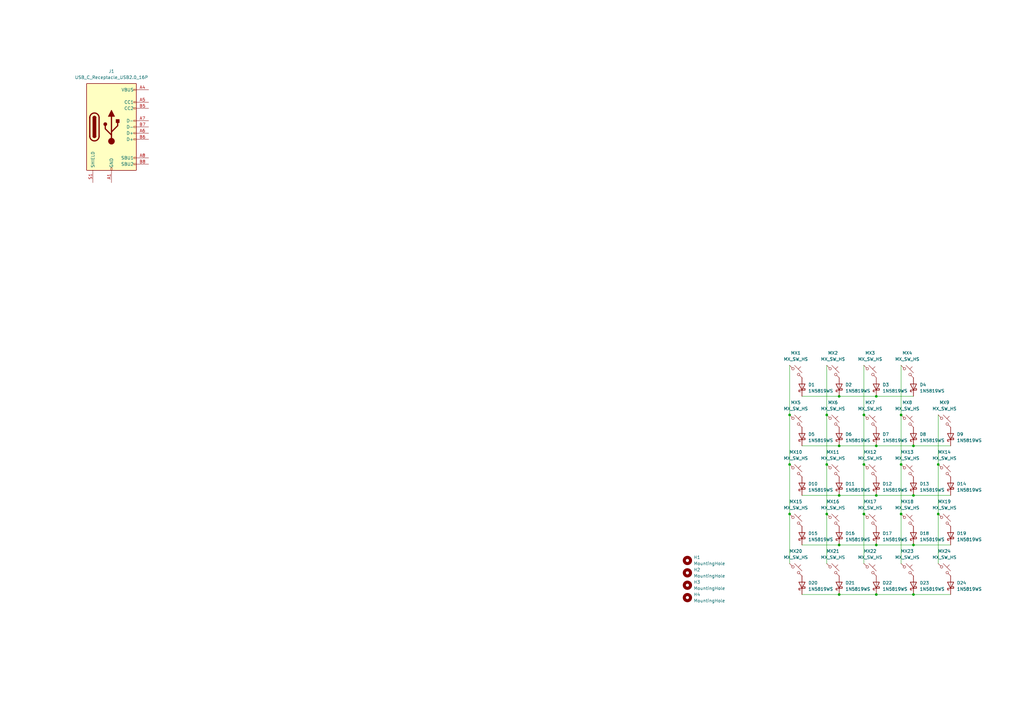
<source format=kicad_sch>
(kicad_sch (version 20231120) (generator "eeschema") (generator_version "8.0")
  (paper "A3")
  (title_block (title "Bandung v1.0.0") (date "2024-06-18") (rev "1") (company "Daigoji"))
  (lib_symbols
    (symbol "Connector:USB_C_Receptacle_USB2.0_16P" (pin_names (offset 1.016))
      (property "Reference" "J" (at 0 22.225 0))
      (property "Value" "USB_C_Receptacle_USB2.0_16P" (at 0 19.685 0))
      (symbol "USB_C_Receptacle_USB2.0_16P_0_0"
        (rectangle (start -0.254 -17.78) (end 0.254 -16.764))
        (rectangle (start 10.16 -14.986) (end 9.144 -15.494))
        (rectangle (start 10.16 -12.446) (end 9.144 -12.954))
        (rectangle (start 10.16 -4.826) (end 9.144 -5.334))
        (rectangle (start 10.16 -2.286) (end 9.144 -2.794))
        (rectangle (start 10.16 0.254) (end 9.144 -0.254))
        (rectangle (start 10.16 2.794) (end 9.144 2.286))
        (rectangle (start 10.16 7.874) (end 9.144 7.366))
        (rectangle (start 10.16 10.414) (end 9.144 9.906))
        (rectangle (start 10.16 15.494) (end 9.144 14.986))
      )
      (symbol "USB_C_Receptacle_USB2.0_16P_0_1"
        (rectangle (start -10.16 17.78) (end 10.16 -17.78) (stroke (width 0.254)) (fill (type background)))
        (arc (start -8.89 -3.81) (mid -6.985 -5.7067) (end -5.08 -3.81) (stroke (width 0.508)))
        (arc (start -7.62 -3.81) (mid -6.985 -4.4423) (end -6.35 -3.81) (stroke (width 0.254)))
        (arc (start -7.62 -3.81) (mid -6.985 -4.4423) (end -6.35 -3.81) (stroke (width 0.254)) (fill (type outline)))
        (rectangle (start -7.62 -3.81) (end -6.35 3.81) (stroke (width 0.254)) (fill (type outline)))
        (arc (start -6.35 3.81) (mid -6.985 4.4423) (end -7.62 3.81) (stroke (width 0.254)))
        (arc (start -6.35 3.81) (mid -6.985 4.4423) (end -7.62 3.81) (stroke (width 0.254)) (fill (type outline)))
        (arc (start -5.08 3.81) (mid -6.985 5.7067) (end -8.89 3.81) (stroke (width 0.508)))
        (circle (center -2.54 1.143) (radius 0.635) (stroke (width 0.254)) (fill (type outline)))
        (circle (center 0 -5.842) (radius 1.27) (fill (type outline)))
        (polyline (pts (xy -8.89 -3.81) (xy -8.89 3.81)) (stroke (width 0.508)))
        (polyline (pts (xy -5.08 3.81) (xy -5.08 -3.81)) (stroke (width 0.508)))
        (polyline (pts (xy 0 -5.842) (xy 0 4.318)) (stroke (width 0.508)))
        (polyline (pts (xy 0 -3.302) (xy -2.54 -0.762) (xy -2.54 0.508)) (stroke (width 0.508)))
        (polyline (pts (xy 0 -2.032) (xy 2.54 0.508) (xy 2.54 1.778)) (stroke (width 0.508)))
        (polyline (pts (xy -1.27 4.318) (xy 0 6.858) (xy 1.27 4.318) (xy -1.27 4.318)) (stroke (width 0.254)) (fill (type outline)))
        (rectangle (start 1.905 1.778) (end 3.175 3.048) (stroke (width 0.254)) (fill (type outline)))
      )
      (symbol "USB_C_Receptacle_USB2.0_16P_1_1"
        (pin passive line (at 0 -22.86 90) (length 5.08) (name "GND") (number "A1"))
        (pin passive line (at 0 -22.86 90) (length 5.08) hide (name "GND") (number "A12"))
        (pin passive line (at 15.24 15.24 180) (length 5.08) (name "VBUS") (number "A4"))
        (pin bidirectional line (at 15.24 10.16 180) (length 5.08) (name "CC1") (number "A5"))
        (pin bidirectional line (at 15.24 -2.54 180) (length 5.08) (name "D+") (number "A6"))
        (pin bidirectional line (at 15.24 2.54 180) (length 5.08) (name "D-") (number "A7"))
        (pin bidirectional line (at 15.24 -12.7 180) (length 5.08) (name "SBU1") (number "A8"))
        (pin passive line (at 15.24 15.24 180) (length 5.08) hide (name "VBUS") (number "A9"))
        (pin passive line (at 0 -22.86 90) (length 5.08) hide (name "GND") (number "B1"))
        (pin passive line (at 0 -22.86 90) (length 5.08) hide (name "GND") (number "B12"))
        (pin passive line (at 15.24 15.24 180) (length 5.08) hide (name "VBUS") (number "B4"))
        (pin bidirectional line (at 15.24 7.62 180) (length 5.08) (name "CC2") (number "B5"))
        (pin bidirectional line (at 15.24 -5.08 180) (length 5.08) (name "D+") (number "B6"))
        (pin bidirectional line (at 15.24 0 180) (length 5.08) (name "D-") (number "B7"))
        (pin bidirectional line (at 15.24 -15.24 180) (length 5.08) (name "SBU2") (number "B8"))
        (pin passive line (at 15.24 15.24 180) (length 5.08) hide (name "VBUS") (number "B9"))
        (pin passive line (at -7.62 -22.86 90) (length 5.08) (name "SHIELD") (number "S1"))
      )
    )
    (symbol "Diode:1N5819WS" (pin_numbers hide) (pin_names (offset 1.016) hide)
      (property "Reference" "D" (at 0 2.54 0))
      (property "Value" "1N5819WS" (at 0 -2.54 0))
      (symbol "1N5819WS_0_1"
        (polyline (pts (xy 1.27 0) (xy -1.27 0)))
        (polyline (pts (xy 1.27 1.27) (xy 1.27 -1.27) (xy -1.27 0) (xy 1.27 1.27)) (stroke (width 0.254)))
        (polyline (pts (xy -1.905 0.635) (xy -1.905 1.27) (xy -1.27 1.27) (xy -1.27 -1.27) (xy -0.635 -1.27) (xy -0.635 -0.635)) (stroke (width 0.254)))
      )
      (symbol "1N5819WS_1_1"
        (pin passive line (at -3.81 0 0) (length 2.54) (name "K") (number "1"))
        (pin passive line (at 3.81 0 180) (length 2.54) (name "A") (number "2"))
      )
    )
    (symbol "Mechanical:MountingHole" (pin_names (offset 1.016)) (exclude_from_sim yes) (in_bom no)
      (property "Reference" "H" (at 0 5.08 0))
      (property "Value" "MountingHole" (at 0 3.175 0))
      (symbol "MountingHole_0_1"
        (circle (center 0 0) (radius 1.27) (stroke (width 1.27)))
      )
    )
    (symbol "PCM_marbastlib-mx:MX_SW_HS_CPG151101S11" (pin_numbers hide) (pin_names (offset 1.016) hide)
      (property "Reference" "MX" (at 3.048 1.016 0))
      (property "Value" "MX_SW_HS" (at 0 -3.81 0))
      (symbol "MX_SW_HS_CPG151101S11_0_1"
        (circle (center -1.1684 1.1684) (radius 0.508))
        (polyline (pts (xy -0.508 2.54) (xy 2.54 -0.508)))
        (polyline (pts (xy 1.016 1.016) (xy 2.032 2.032)))
        (polyline (pts (xy -2.54 2.54) (xy -1.524 1.524) (xy -1.524 1.524)))
        (polyline (pts (xy 1.524 -1.524) (xy 2.54 -2.54) (xy 2.54 -2.54) (xy 2.54 -2.54)))
        (circle (center 1.143 -1.1938) (radius 0.508))
        (pin passive line (at -2.54 2.54 0) (length 0) (name "1") (number "1"))
        (pin passive line (at 2.54 -2.54 180) (length 0) (name "2") (number "2"))
      )
    )
  )
  (junction (at 369.57 210.82))
  (junction (at 374.65 223.52))
  (junction (at 339.09 210.82))
  (junction (at 339.09 190.5))
  (junction (at 369.57 190.5))
  (junction (at 344.17 162.56))
  (junction (at 344.17 203.2))
  (junction (at 344.17 182.88))
  (junction (at 374.65 243.84))
  (junction (at 354.33 190.5))
  (junction (at 344.17 243.84))
  (junction (at 339.09 170.18))
  (junction (at 359.41 182.88))
  (junction (at 323.85 210.82))
  (junction (at 374.65 203.2))
  (junction (at 384.81 190.5))
  (junction (at 359.41 203.2))
  (junction (at 354.33 170.18))
  (junction (at 359.41 223.52))
  (junction (at 323.85 190.5))
  (junction (at 374.65 182.88))
  (junction (at 359.41 243.84))
  (junction (at 344.17 223.52))
  (junction (at 323.85 170.18))
  (junction (at 384.81 210.82))
  (junction (at 359.41 162.56))
  (junction (at 369.57 170.18))
  (junction (at 354.33 210.82))
  (wire (pts (xy 328.93 182.88) (xy 344.17 182.88)))
  (wire (pts (xy 384.81 170.18) (xy 384.81 190.5)))
  (wire (pts (xy 328.93 162.56) (xy 344.17 162.56)))
  (wire (pts (xy 374.65 243.84) (xy 389.89 243.84)))
  (wire (pts (xy 369.57 190.5) (xy 369.57 210.82)))
  (wire (pts (xy 359.41 223.52) (xy 374.65 223.52)))
  (wire (pts (xy 369.57 210.82) (xy 369.57 231.14)))
  (wire (pts (xy 344.17 223.52) (xy 359.41 223.52)))
  (wire (pts (xy 374.65 223.52) (xy 389.89 223.52)))
  (wire (pts (xy 359.41 243.84) (xy 374.65 243.84)))
  (wire (pts (xy 369.57 149.86) (xy 369.57 170.18)))
  (wire (pts (xy 339.09 210.82) (xy 339.09 231.14)))
  (wire (pts (xy 328.93 243.84) (xy 344.17 243.84)))
  (wire (pts (xy 344.17 182.88) (xy 359.41 182.88)))
  (wire (pts (xy 339.09 149.86) (xy 339.09 170.18)))
  (wire (pts (xy 323.85 210.82) (xy 323.85 231.14)))
  (wire (pts (xy 354.33 149.86) (xy 354.33 170.18)))
  (wire (pts (xy 374.65 203.2) (xy 389.89 203.2)))
  (wire (pts (xy 354.33 170.18) (xy 354.33 190.5)))
  (wire (pts (xy 344.17 162.56) (xy 359.41 162.56)))
  (wire (pts (xy 344.17 243.84) (xy 359.41 243.84)))
  (wire (pts (xy 384.81 190.5) (xy 384.81 210.82)))
  (wire (pts (xy 369.57 170.18) (xy 369.57 190.5)))
  (wire (pts (xy 323.85 149.86) (xy 323.85 170.18)))
  (wire (pts (xy 374.65 182.88) (xy 389.89 182.88)))
  (wire (pts (xy 384.81 210.82) (xy 384.81 231.14)))
  (wire (pts (xy 359.41 182.88) (xy 374.65 182.88)))
  (wire (pts (xy 328.93 203.2) (xy 344.17 203.2)))
  (wire (pts (xy 339.09 170.18) (xy 339.09 190.5)))
  (wire (pts (xy 344.17 203.2) (xy 359.41 203.2)))
  (wire (pts (xy 328.93 223.52) (xy 344.17 223.52)))
  (wire (pts (xy 354.33 210.82) (xy 354.33 231.14)))
  (wire (pts (xy 354.33 190.5) (xy 354.33 210.82)))
  (wire (pts (xy 359.41 162.56) (xy 374.65 162.56)))
  (wire (pts (xy 323.85 190.5) (xy 323.85 210.82)))
  (wire (pts (xy 359.41 203.2) (xy 374.65 203.2)))
  (wire (pts (xy 339.09 190.5) (xy 339.09 210.82)))
  (wire (pts (xy 323.85 170.18) (xy 323.85 190.5)))
  (symbol (lib_id "PCM_marbastlib-mx:MX_SW_HS_CPG151101S11") (at 326.39 213.36 0) (unit 1)
    (property "Reference" "MX15" (at 326.39 205.74 0))
    (property "Value" "MX_SW_HS" (at 326.39 208.28 0))
    (property "Footprint" "PCM_marbastlib-mx:SW_MX_HS_CPG151101S11_1u" (effects (hide yes)))
    (property "Description" "Push button switch, normally open, two pins, 45° tilted, Kailh CPG151101S11 for Cherry MX style switches" (effects (hide yes)))
  )
  (symbol (lib_id "Diode:1N5819WS") (at 344.17 240.03 90) (unit 1)
    (property "Reference" "D21" (at 346.71 239.0774 90) (effects (justify right)))
    (property "Value" "1N5819WS" (at 346.71 241.6174 90) (effects (justify right)))
    (property "Footprint" "Diode_SMD:D_SOD-323" (effects (hide yes)))
    (property "Datasheet" "https://datasheet.lcsc.com/lcsc/2204281430_Guangdong-Hottech-1N5819WS_C191023.pdf" (effects (hide yes)))
    (property "Description" "40V 600mV@1A 1A SOD-323 Schottky Barrier Diodes, SOD-323" (effects (hide yes)))
  )
  (symbol (lib_id "Diode:1N5819WS") (at 328.93 179.07 90) (unit 1)
    (property "Reference" "D5" (at 331.47 178.1174 90) (effects (justify right)))
    (property "Value" "1N5819WS" (at 331.47 180.6574 90) (effects (justify right)))
    (property "Footprint" "Diode_SMD:D_SOD-323" (effects (hide yes)))
    (property "Datasheet" "https://datasheet.lcsc.com/lcsc/2204281430_Guangdong-Hottech-1N5819WS_C191023.pdf" (effects (hide yes)))
    (property "Description" "40V 600mV@1A 1A SOD-323 Schottky Barrier Diodes, SOD-323" (effects (hide yes)))
  )
  (symbol (lib_id "PCM_marbastlib-mx:MX_SW_HS_CPG151101S11") (at 356.87 233.68 0) (unit 1)
    (property "Reference" "MX22" (at 356.87 226.06 0))
    (property "Value" "MX_SW_HS" (at 356.87 228.6 0))
    (property "Footprint" "PCM_marbastlib-mx:SW_MX_HS_CPG151101S11_1u" (effects (hide yes)))
    (property "Description" "Push button switch, normally open, two pins, 45° tilted, Kailh CPG151101S11 for Cherry MX style switches" (effects (hide yes)))
  )
  (symbol (lib_id "Diode:1N5819WS") (at 359.41 219.71 90) (unit 1)
    (property "Reference" "D17" (at 361.95 218.7574 90) (effects (justify right)))
    (property "Value" "1N5819WS" (at 361.95 221.2974 90) (effects (justify right)))
    (property "Footprint" "Diode_SMD:D_SOD-323" (effects (hide yes)))
    (property "Datasheet" "https://datasheet.lcsc.com/lcsc/2204281430_Guangdong-Hottech-1N5819WS_C191023.pdf" (effects (hide yes)))
    (property "Description" "40V 600mV@1A 1A SOD-323 Schottky Barrier Diodes, SOD-323" (effects (hide yes)))
  )
  (symbol (lib_id "Diode:1N5819WS") (at 389.89 219.71 90) (unit 1)
    (property "Reference" "D19" (at 392.43 218.7574 90) (effects (justify right)))
    (property "Value" "1N5819WS" (at 392.43 221.2974 90) (effects (justify right)))
    (property "Footprint" "Diode_SMD:D_SOD-323" (effects (hide yes)))
    (property "Datasheet" "https://datasheet.lcsc.com/lcsc/2204281430_Guangdong-Hottech-1N5819WS_C191023.pdf" (effects (hide yes)))
    (property "Description" "40V 600mV@1A 1A SOD-323 Schottky Barrier Diodes, SOD-323" (effects (hide yes)))
  )
  (symbol (lib_id "PCM_marbastlib-mx:MX_SW_HS_CPG151101S11") (at 387.35 213.36 0) (unit 1)
    (property "Reference" "MX19" (at 387.35 205.74 0))
    (property "Value" "MX_SW_HS" (at 387.35 208.28 0))
    (property "Footprint" "PCM_marbastlib-mx:SW_MX_HS_CPG151101S11_1u" (effects (hide yes)))
    (property "Description" "Push button switch, normally open, two pins, 45° tilted, Kailh CPG151101S11 for Cherry MX style switches" (effects (hide yes)))
  )
  (symbol (lib_id "PCM_marbastlib-mx:MX_SW_HS_CPG151101S11") (at 326.39 193.04 0) (unit 1)
    (property "Reference" "MX10" (at 326.39 185.42 0))
    (property "Value" "MX_SW_HS" (at 326.39 187.96 0))
    (property "Footprint" "PCM_marbastlib-mx:SW_MX_HS_CPG151101S11_1u" (effects (hide yes)))
    (property "Description" "Push button switch, normally open, two pins, 45° tilted, Kailh CPG151101S11 for Cherry MX style switches" (effects (hide yes)))
  )
  (symbol (lib_id "Diode:1N5819WS") (at 389.89 179.07 90) (unit 1)
    (property "Reference" "D9" (at 392.43 178.1174 90) (effects (justify right)))
    (property "Value" "1N5819WS" (at 392.43 180.6574 90) (effects (justify right)))
    (property "Footprint" "Diode_SMD:D_SOD-323" (effects (hide yes)))
    (property "Datasheet" "https://datasheet.lcsc.com/lcsc/2204281430_Guangdong-Hottech-1N5819WS_C191023.pdf" (effects (hide yes)))
    (property "Description" "40V 600mV@1A 1A SOD-323 Schottky Barrier Diodes, SOD-323" (effects (hide yes)))
  )
  (symbol (lib_id "Diode:1N5819WS") (at 328.93 158.75 90) (unit 1)
    (property "Reference" "D1" (at 331.47 157.7974 90) (effects (justify right)))
    (property "Value" "1N5819WS" (at 331.47 160.3374 90) (effects (justify right)))
    (property "Footprint" "Diode_SMD:D_SOD-323" (effects (hide yes)))
    (property "Datasheet" "https://datasheet.lcsc.com/lcsc/2204281430_Guangdong-Hottech-1N5819WS_C191023.pdf" (effects (hide yes)))
    (property "Description" "40V 600mV@1A 1A SOD-323 Schottky Barrier Diodes, SOD-323" (effects (hide yes)))
  )
  (symbol (lib_id "Diode:1N5819WS") (at 374.65 219.71 90) (unit 1)
    (property "Reference" "D18" (at 377.19 218.7574 90) (effects (justify right)))
    (property "Value" "1N5819WS" (at 377.19 221.2974 90) (effects (justify right)))
    (property "Footprint" "Diode_SMD:D_SOD-323" (effects (hide yes)))
    (property "Datasheet" "https://datasheet.lcsc.com/lcsc/2204281430_Guangdong-Hottech-1N5819WS_C191023.pdf" (effects (hide yes)))
    (property "Description" "40V 600mV@1A 1A SOD-323 Schottky Barrier Diodes, SOD-323" (effects (hide yes)))
  )
  (symbol (lib_id "Diode:1N5819WS") (at 374.65 179.07 90) (unit 1)
    (property "Reference" "D8" (at 377.19 178.1174 90) (effects (justify right)))
    (property "Value" "1N5819WS" (at 377.19 180.6574 90) (effects (justify right)))
    (property "Footprint" "Diode_SMD:D_SOD-323" (effects (hide yes)))
    (property "Datasheet" "https://datasheet.lcsc.com/lcsc/2204281430_Guangdong-Hottech-1N5819WS_C191023.pdf" (effects (hide yes)))
    (property "Description" "40V 600mV@1A 1A SOD-323 Schottky Barrier Diodes, SOD-323" (effects (hide yes)))
  )
  (symbol (lib_id "PCM_marbastlib-mx:MX_SW_HS_CPG151101S11") (at 341.63 233.68 0) (unit 1)
    (property "Reference" "MX21" (at 341.63 226.06 0))
    (property "Value" "MX_SW_HS" (at 341.63 228.6 0))
    (property "Footprint" "PCM_marbastlib-mx:SW_MX_HS_CPG151101S11_1u" (effects (hide yes)))
    (property "Description" "Push button switch, normally open, two pins, 45° tilted, Kailh CPG151101S11 for Cherry MX style switches" (effects (hide yes)))
  )
  (symbol (lib_id "PCM_marbastlib-mx:MX_SW_HS_CPG151101S11") (at 356.87 213.36 0) (unit 1)
    (property "Reference" "MX17" (at 356.87 205.74 0))
    (property "Value" "MX_SW_HS" (at 356.87 208.28 0))
    (property "Footprint" "PCM_marbastlib-mx:SW_MX_HS_CPG151101S11_1u" (effects (hide yes)))
    (property "Description" "Push button switch, normally open, two pins, 45° tilted, Kailh CPG151101S11 for Cherry MX style switches" (effects (hide yes)))
  )
  (symbol (lib_id "PCM_marbastlib-mx:MX_SW_HS_CPG151101S11") (at 341.63 172.72 0) (unit 1)
    (property "Reference" "MX6" (at 341.63 165.1 0))
    (property "Value" "MX_SW_HS" (at 341.63 167.64 0))
    (property "Footprint" "PCM_marbastlib-mx:SW_MX_HS_CPG151101S11_1u" (effects (hide yes)))
    (property "Description" "Push button switch, normally open, two pins, 45° tilted, Kailh CPG151101S11 for Cherry MX style switches" (effects (hide yes)))
  )
  (symbol (lib_id "Diode:1N5819WS") (at 374.65 199.39 90) (unit 1)
    (property "Reference" "D13" (at 377.19 198.4374 90) (effects (justify right)))
    (property "Value" "1N5819WS" (at 377.19 200.9774 90) (effects (justify right)))
    (property "Footprint" "Diode_SMD:D_SOD-323" (effects (hide yes)))
    (property "Datasheet" "https://datasheet.lcsc.com/lcsc/2204281430_Guangdong-Hottech-1N5819WS_C191023.pdf" (effects (hide yes)))
    (property "Description" "40V 600mV@1A 1A SOD-323 Schottky Barrier Diodes, SOD-323" (effects (hide yes)))
  )
  (symbol (lib_id "Diode:1N5819WS") (at 389.89 199.39 90) (unit 1)
    (property "Reference" "D14" (at 392.43 198.4374 90) (effects (justify right)))
    (property "Value" "1N5819WS" (at 392.43 200.9774 90) (effects (justify right)))
    (property "Footprint" "Diode_SMD:D_SOD-323" (effects (hide yes)))
    (property "Datasheet" "https://datasheet.lcsc.com/lcsc/2204281430_Guangdong-Hottech-1N5819WS_C191023.pdf" (effects (hide yes)))
    (property "Description" "40V 600mV@1A 1A SOD-323 Schottky Barrier Diodes, SOD-323" (effects (hide yes)))
  )
  (symbol (lib_id "Diode:1N5819WS") (at 328.93 199.39 90) (unit 1)
    (property "Reference" "D10" (at 331.47 198.4374 90) (effects (justify right)))
    (property "Value" "1N5819WS" (at 331.47 200.9774 90) (effects (justify right)))
    (property "Footprint" "Diode_SMD:D_SOD-323" (effects (hide yes)))
    (property "Datasheet" "https://datasheet.lcsc.com/lcsc/2204281430_Guangdong-Hottech-1N5819WS_C191023.pdf" (effects (hide yes)))
    (property "Description" "40V 600mV@1A 1A SOD-323 Schottky Barrier Diodes, SOD-323" (effects (hide yes)))
  )
  (symbol (lib_id "PCM_marbastlib-mx:MX_SW_HS_CPG151101S11") (at 387.35 233.68 0) (unit 1)
    (property "Reference" "MX24" (at 387.35 226.06 0))
    (property "Value" "MX_SW_HS" (at 387.35 228.6 0))
    (property "Footprint" "PCM_marbastlib-mx:SW_MX_HS_CPG151101S11_1u" (effects (hide yes)))
    (property "Description" "Push button switch, normally open, two pins, 45° tilted, Kailh CPG151101S11 for Cherry MX style switches" (effects (hide yes)))
  )
  (symbol (lib_id "Mechanical:MountingHole") (at 281.94 245.11 0) (unit 1) (exclude_from_sim yes) (in_bom no)
    (property "Reference" "H4" (at 284.48 243.8399 0) (effects (justify left)))
    (property "Value" "MountingHole" (at 284.48 246.3799 0) (effects (justify left)))
    (property "Footprint" "MountingHole:MountingHole_3.2mm_M3" (effects (hide yes)))
    (property "Description" "Mounting Hole without connection" (effects (hide yes)))
  )
  (symbol (lib_id "Mechanical:MountingHole") (at 281.94 229.87 0) (unit 1) (exclude_from_sim yes) (in_bom no)
    (property "Reference" "H1" (at 284.48 228.5999 0) (effects (justify left)))
    (property "Value" "MountingHole" (at 284.48 231.1399 0) (effects (justify left)))
    (property "Footprint" "MountingHole:MountingHole_3.2mm_M3" (effects (hide yes)))
    (property "Description" "Mounting Hole without connection" (effects (hide yes)))
  )
  (symbol (lib_id "Diode:1N5819WS") (at 359.41 179.07 90) (unit 1)
    (property "Reference" "D7" (at 361.95 178.1174 90) (effects (justify right)))
    (property "Value" "1N5819WS" (at 361.95 180.6574 90) (effects (justify right)))
    (property "Footprint" "Diode_SMD:D_SOD-323" (effects (hide yes)))
    (property "Datasheet" "https://datasheet.lcsc.com/lcsc/2204281430_Guangdong-Hottech-1N5819WS_C191023.pdf" (effects (hide yes)))
    (property "Description" "40V 600mV@1A 1A SOD-323 Schottky Barrier Diodes, SOD-323" (effects (hide yes)))
  )
  (symbol (lib_id "Diode:1N5819WS") (at 359.41 199.39 90) (unit 1)
    (property "Reference" "D12" (at 361.95 198.4374 90) (effects (justify right)))
    (property "Value" "1N5819WS" (at 361.95 200.9774 90) (effects (justify right)))
    (property "Footprint" "Diode_SMD:D_SOD-323" (effects (hide yes)))
    (property "Datasheet" "https://datasheet.lcsc.com/lcsc/2204281430_Guangdong-Hottech-1N5819WS_C191023.pdf" (effects (hide yes)))
    (property "Description" "40V 600mV@1A 1A SOD-323 Schottky Barrier Diodes, SOD-323" (effects (hide yes)))
  )
  (symbol (lib_id "Diode:1N5819WS") (at 359.41 240.03 90) (unit 1)
    (property "Reference" "D22" (at 361.95 239.0774 90) (effects (justify right)))
    (property "Value" "1N5819WS" (at 361.95 241.6174 90) (effects (justify right)))
    (property "Footprint" "Diode_SMD:D_SOD-323" (effects (hide yes)))
    (property "Datasheet" "https://datasheet.lcsc.com/lcsc/2204281430_Guangdong-Hottech-1N5819WS_C191023.pdf" (effects (hide yes)))
    (property "Description" "40V 600mV@1A 1A SOD-323 Schottky Barrier Diodes, SOD-323" (effects (hide yes)))
  )
  (symbol (lib_id "PCM_marbastlib-mx:MX_SW_HS_CPG151101S11") (at 372.11 233.68 0) (unit 1)
    (property "Reference" "MX23" (at 372.11 226.06 0))
    (property "Value" "MX_SW_HS" (at 372.11 228.6 0))
    (property "Footprint" "PCM_marbastlib-mx:SW_MX_HS_CPG151101S11_1u" (effects (hide yes)))
    (property "Description" "Push button switch, normally open, two pins, 45° tilted, Kailh CPG151101S11 for Cherry MX style switches" (effects (hide yes)))
  )
  (symbol (lib_id "Diode:1N5819WS") (at 328.93 240.03 90) (unit 1)
    (property "Reference" "D20" (at 331.47 239.0774 90) (effects (justify right)))
    (property "Value" "1N5819WS" (at 331.47 241.6174 90) (effects (justify right)))
    (property "Footprint" "Diode_SMD:D_SOD-323" (effects (hide yes)))
    (property "Datasheet" "https://datasheet.lcsc.com/lcsc/2204281430_Guangdong-Hottech-1N5819WS_C191023.pdf" (effects (hide yes)))
    (property "Description" "40V 600mV@1A 1A SOD-323 Schottky Barrier Diodes, SOD-323" (effects (hide yes)))
  )
  (symbol (lib_id "PCM_marbastlib-mx:MX_SW_HS_CPG151101S11") (at 341.63 193.04 0) (unit 1)
    (property "Reference" "MX11" (at 341.63 185.42 0))
    (property "Value" "MX_SW_HS" (at 341.63 187.96 0))
    (property "Footprint" "PCM_marbastlib-mx:SW_MX_HS_CPG151101S11_1u" (effects (hide yes)))
    (property "Description" "Push button switch, normally open, two pins, 45° tilted, Kailh CPG151101S11 for Cherry MX style switches" (effects (hide yes)))
  )
  (symbol (lib_id "PCM_marbastlib-mx:MX_SW_HS_CPG151101S11") (at 356.87 193.04 0) (unit 1)
    (property "Reference" "MX12" (at 356.87 185.42 0))
    (property "Value" "MX_SW_HS" (at 356.87 187.96 0))
    (property "Footprint" "PCM_marbastlib-mx:SW_MX_HS_CPG151101S11_1u" (effects (hide yes)))
    (property "Description" "Push button switch, normally open, two pins, 45° tilted, Kailh CPG151101S11 for Cherry MX style switches" (effects (hide yes)))
  )
  (symbol (lib_id "Diode:1N5819WS") (at 344.17 219.71 90) (unit 1)
    (property "Reference" "D16" (at 346.71 218.7574 90) (effects (justify right)))
    (property "Value" "1N5819WS" (at 346.71 221.2974 90) (effects (justify right)))
    (property "Footprint" "Diode_SMD:D_SOD-323" (effects (hide yes)))
    (property "Datasheet" "https://datasheet.lcsc.com/lcsc/2204281430_Guangdong-Hottech-1N5819WS_C191023.pdf" (effects (hide yes)))
    (property "Description" "40V 600mV@1A 1A SOD-323 Schottky Barrier Diodes, SOD-323" (effects (hide yes)))
  )
  (symbol (lib_id "Diode:1N5819WS") (at 344.17 199.39 90) (unit 1)
    (property "Reference" "D11" (at 346.71 198.4374 90) (effects (justify right)))
    (property "Value" "1N5819WS" (at 346.71 200.9774 90) (effects (justify right)))
    (property "Footprint" "Diode_SMD:D_SOD-323" (effects (hide yes)))
    (property "Datasheet" "https://datasheet.lcsc.com/lcsc/2204281430_Guangdong-Hottech-1N5819WS_C191023.pdf" (effects (hide yes)))
    (property "Description" "40V 600mV@1A 1A SOD-323 Schottky Barrier Diodes, SOD-323" (effects (hide yes)))
  )
  (symbol (lib_id "PCM_marbastlib-mx:MX_SW_HS_CPG151101S11") (at 372.11 193.04 0) (unit 1)
    (property "Reference" "MX13" (at 372.11 185.42 0))
    (property "Value" "MX_SW_HS" (at 372.11 187.96 0))
    (property "Footprint" "PCM_marbastlib-mx:SW_MX_HS_CPG151101S11_1u" (effects (hide yes)))
    (property "Description" "Push button switch, normally open, two pins, 45° tilted, Kailh CPG151101S11 for Cherry MX style switches" (effects (hide yes)))
  )
  (symbol (lib_id "PCM_marbastlib-mx:MX_SW_HS_CPG151101S11") (at 356.87 172.72 0) (unit 1)
    (property "Reference" "MX7" (at 356.87 165.1 0))
    (property "Value" "MX_SW_HS" (at 356.87 167.64 0))
    (property "Footprint" "PCM_marbastlib-mx:SW_MX_HS_CPG151101S11_1u" (effects (hide yes)))
    (property "Description" "Push button switch, normally open, two pins, 45° tilted, Kailh CPG151101S11 for Cherry MX style switches" (effects (hide yes)))
  )
  (symbol (lib_id "PCM_marbastlib-mx:MX_SW_HS_CPG151101S11") (at 356.87 152.4 0) (unit 1)
    (property "Reference" "MX3" (at 356.87 144.78 0))
    (property "Value" "MX_SW_HS" (at 356.87 147.32 0))
    (property "Footprint" "PCM_marbastlib-mx:SW_MX_HS_CPG151101S11_1u" (effects (hide yes)))
    (property "Description" "Push button switch, normally open, two pins, 45° tilted, Kailh CPG151101S11 for Cherry MX style switches" (effects (hide yes)))
  )
  (symbol (lib_id "Diode:1N5819WS") (at 389.89 240.03 90) (unit 1)
    (property "Reference" "D24" (at 392.43 239.0774 90) (effects (justify right)))
    (property "Value" "1N5819WS" (at 392.43 241.6174 90) (effects (justify right)))
    (property "Footprint" "Diode_SMD:D_SOD-323" (effects (hide yes)))
    (property "Datasheet" "https://datasheet.lcsc.com/lcsc/2204281430_Guangdong-Hottech-1N5819WS_C191023.pdf" (effects (hide yes)))
    (property "Description" "40V 600mV@1A 1A SOD-323 Schottky Barrier Diodes, SOD-323" (effects (hide yes)))
  )
  (symbol (lib_id "PCM_marbastlib-mx:MX_SW_HS_CPG151101S11") (at 341.63 213.36 0) (unit 1)
    (property "Reference" "MX16" (at 341.63 205.74 0))
    (property "Value" "MX_SW_HS" (at 341.63 208.28 0))
    (property "Footprint" "PCM_marbastlib-mx:SW_MX_HS_CPG151101S11_1u" (effects (hide yes)))
    (property "Description" "Push button switch, normally open, two pins, 45° tilted, Kailh CPG151101S11 for Cherry MX style switches" (effects (hide yes)))
  )
  (symbol (lib_id "PCM_marbastlib-mx:MX_SW_HS_CPG151101S11") (at 341.63 152.4 0) (unit 1)
    (property "Reference" "MX2" (at 341.63 144.78 0))
    (property "Value" "MX_SW_HS" (at 341.63 147.32 0))
    (property "Footprint" "PCM_marbastlib-mx:SW_MX_HS_CPG151101S11_1u" (effects (hide yes)))
    (property "Description" "Push button switch, normally open, two pins, 45° tilted, Kailh CPG151101S11 for Cherry MX style switches" (effects (hide yes)))
  )
  (symbol (lib_id "Connector:USB_C_Receptacle_USB2.0_16P") (at 45.72 52.07 0) (unit 1)
    (property "Reference" "J1" (at 45.72 29.21 0))
    (property "Value" "USB_C_Receptacle_USB2.0_16P" (at 45.72 31.75 0))
    (property "Footprint" "Connector_USB:USB_C_Receptacle_GCT_USB4085" (effects (hide yes)))
    (property "Datasheet" "https://www.usb.org/sites/default/files/documents/usb_type-c.zip" (effects (hide yes)))
    (property "Description" "USB 2.0-only 16P Type-C Receptacle connector" (effects (hide yes)))
  )
  (symbol (lib_id "Mechanical:MountingHole") (at 281.94 234.95 0) (unit 1) (exclude_from_sim yes) (in_bom no)
    (property "Reference" "H2" (at 284.48 233.6799 0) (effects (justify left)))
    (property "Value" "MountingHole" (at 284.48 236.2199 0) (effects (justify left)))
    (property "Footprint" "MountingHole:MountingHole_3.2mm_M3" (effects (hide yes)))
    (property "Description" "Mounting Hole without connection" (effects (hide yes)))
  )
  (symbol (lib_id "PCM_marbastlib-mx:MX_SW_HS_CPG151101S11") (at 326.39 152.4 0) (unit 1)
    (property "Reference" "MX1" (at 326.39 144.78 0))
    (property "Value" "MX_SW_HS" (at 326.39 147.32 0))
    (property "Footprint" "PCM_marbastlib-mx:SW_MX_HS_CPG151101S11_1u" (effects (hide yes)))
    (property "Description" "Push button switch, normally open, two pins, 45° tilted, Kailh CPG151101S11 for Cherry MX style switches" (effects (hide yes)))
  )
  (symbol (lib_id "PCM_marbastlib-mx:MX_SW_HS_CPG151101S11") (at 326.39 172.72 0) (unit 1)
    (property "Reference" "MX5" (at 326.39 165.1 0))
    (property "Value" "MX_SW_HS" (at 326.39 167.64 0))
    (property "Footprint" "PCM_marbastlib-mx:SW_MX_HS_CPG151101S11_1u" (effects (hide yes)))
    (property "Description" "Push button switch, normally open, two pins, 45° tilted, Kailh CPG151101S11 for Cherry MX style switches" (effects (hide yes)))
  )
  (symbol (lib_id "PCM_marbastlib-mx:MX_SW_HS_CPG151101S11") (at 372.11 213.36 0) (unit 1)
    (property "Reference" "MX18" (at 372.11 205.74 0))
    (property "Value" "MX_SW_HS" (at 372.11 208.28 0))
    (property "Footprint" "PCM_marbastlib-mx:SW_MX_HS_CPG151101S11_1u" (effects (hide yes)))
    (property "Description" "Push button switch, normally open, two pins, 45° tilted, Kailh CPG151101S11 for Cherry MX style switches" (effects (hide yes)))
  )
  (symbol (lib_id "PCM_marbastlib-mx:MX_SW_HS_CPG151101S11") (at 372.11 172.72 0) (unit 1)
    (property "Reference" "MX8" (at 372.11 165.1 0))
    (property "Value" "MX_SW_HS" (at 372.11 167.64 0))
    (property "Footprint" "PCM_marbastlib-mx:SW_MX_HS_CPG151101S11_1u" (effects (hide yes)))
    (property "Description" "Push button switch, normally open, two pins, 45° tilted, Kailh CPG151101S11 for Cherry MX style switches" (effects (hide yes)))
  )
  (symbol (lib_id "Diode:1N5819WS") (at 344.17 158.75 90) (unit 1)
    (property "Reference" "D2" (at 346.71 157.7974 90) (effects (justify right)))
    (property "Value" "1N5819WS" (at 346.71 160.3374 90) (effects (justify right)))
    (property "Footprint" "Diode_SMD:D_SOD-323" (effects (hide yes)))
    (property "Datasheet" "https://datasheet.lcsc.com/lcsc/2204281430_Guangdong-Hottech-1N5819WS_C191023.pdf" (effects (hide yes)))
    (property "Description" "40V 600mV@1A 1A SOD-323 Schottky Barrier Diodes, SOD-323" (effects (hide yes)))
  )
  (symbol (lib_id "PCM_marbastlib-mx:MX_SW_HS_CPG151101S11") (at 372.11 152.4 0) (unit 1)
    (property "Reference" "MX4" (at 372.11 144.78 0))
    (property "Value" "MX_SW_HS" (at 372.11 147.32 0))
    (property "Footprint" "PCM_marbastlib-mx:SW_MX_HS_CPG151101S11_1u" (effects (hide yes)))
    (property "Description" "Push button switch, normally open, two pins, 45° tilted, Kailh CPG151101S11 for Cherry MX style switches" (effects (hide yes)))
  )
  (symbol (lib_id "Diode:1N5819WS") (at 374.65 158.75 90) (unit 1)
    (property "Reference" "D4" (at 377.19 157.7974 90) (effects (justify right)))
    (property "Value" "1N5819WS" (at 377.19 160.3374 90) (effects (justify right)))
    (property "Footprint" "Diode_SMD:D_SOD-323" (effects (hide yes)))
    (property "Datasheet" "https://datasheet.lcsc.com/lcsc/2204281430_Guangdong-Hottech-1N5819WS_C191023.pdf" (effects (hide yes)))
    (property "Description" "40V 600mV@1A 1A SOD-323 Schottky Barrier Diodes, SOD-323" (effects (hide yes)))
  )
  (symbol (lib_id "Diode:1N5819WS") (at 344.17 179.07 90) (unit 1)
    (property "Reference" "D6" (at 346.71 178.1174 90) (effects (justify right)))
    (property "Value" "1N5819WS" (at 346.71 180.6574 90) (effects (justify right)))
    (property "Footprint" "Diode_SMD:D_SOD-323" (effects (hide yes)))
    (property "Datasheet" "https://datasheet.lcsc.com/lcsc/2204281430_Guangdong-Hottech-1N5819WS_C191023.pdf" (effects (hide yes)))
    (property "Description" "40V 600mV@1A 1A SOD-323 Schottky Barrier Diodes, SOD-323" (effects (hide yes)))
  )
  (symbol (lib_id "Diode:1N5819WS") (at 359.41 158.75 90) (unit 1)
    (property "Reference" "D3" (at 361.95 157.7974 90) (effects (justify right)))
    (property "Value" "1N5819WS" (at 361.95 160.3374 90) (effects (justify right)))
    (property "Footprint" "Diode_SMD:D_SOD-323" (effects (hide yes)))
    (property "Datasheet" "https://datasheet.lcsc.com/lcsc/2204281430_Guangdong-Hottech-1N5819WS_C191023.pdf" (effects (hide yes)))
    (property "Description" "40V 600mV@1A 1A SOD-323 Schottky Barrier Diodes, SOD-323" (effects (hide yes)))
  )
  (symbol (lib_id "Diode:1N5819WS") (at 328.93 219.71 90) (unit 1)
    (property "Reference" "D15" (at 331.47 218.7574 90) (effects (justify right)))
    (property "Value" "1N5819WS" (at 331.47 221.2974 90) (effects (justify right)))
    (property "Footprint" "Diode_SMD:D_SOD-323" (effects (hide yes)))
    (property "Datasheet" "https://datasheet.lcsc.com/lcsc/2204281430_Guangdong-Hottech-1N5819WS_C191023.pdf" (effects (hide yes)))
    (property "Description" "40V 600mV@1A 1A SOD-323 Schottky Barrier Diodes, SOD-323" (effects (hide yes)))
  )
  (symbol (lib_id "Mechanical:MountingHole") (at 281.94 240.03 0) (unit 1) (exclude_from_sim yes) (in_bom no)
    (property "Reference" "H3" (at 284.48 238.7599 0) (effects (justify left)))
    (property "Value" "MountingHole" (at 284.48 241.2999 0) (effects (justify left)))
    (property "Footprint" "MountingHole:MountingHole_3.2mm_M3" (effects (hide yes)))
    (property "Description" "Mounting Hole without connection" (effects (hide yes)))
  )
  (symbol (lib_id "PCM_marbastlib-mx:MX_SW_HS_CPG151101S11") (at 387.35 193.04 0) (unit 1)
    (property "Reference" "MX14" (at 387.35 185.42 0))
    (property "Value" "MX_SW_HS" (at 387.35 187.96 0))
    (property "Footprint" "PCM_marbastlib-mx:SW_MX_HS_CPG151101S11_1u" (effects (hide yes)))
    (property "Description" "Push button switch, normally open, two pins, 45° tilted, Kailh CPG151101S11 for Cherry MX style switches" (effects (hide yes)))
  )
  (symbol (lib_id "PCM_marbastlib-mx:MX_SW_HS_CPG151101S11") (at 326.39 233.68 0) (unit 1)
    (property "Reference" "MX20" (at 326.39 226.06 0))
    (property "Value" "MX_SW_HS" (at 326.39 228.6 0))
    (property "Footprint" "PCM_marbastlib-mx:SW_MX_HS_CPG151101S11_1u" (effects (hide yes)))
    (property "Description" "Push button switch, normally open, two pins, 45° tilted, Kailh CPG151101S11 for Cherry MX style switches" (effects (hide yes)))
  )
  (symbol (lib_id "Diode:1N5819WS") (at 374.65 240.03 90) (unit 1)
    (property "Reference" "D23" (at 377.19 239.0774 90) (effects (justify right)))
    (property "Value" "1N5819WS" (at 377.19 241.6174 90) (effects (justify right)))
    (property "Footprint" "Diode_SMD:D_SOD-323" (effects (hide yes)))
    (property "Datasheet" "https://datasheet.lcsc.com/lcsc/2204281430_Guangdong-Hottech-1N5819WS_C191023.pdf" (effects (hide yes)))
    (property "Description" "40V 600mV@1A 1A SOD-323 Schottky Barrier Diodes, SOD-323" (effects (hide yes)))
  )
  (symbol (lib_id "PCM_marbastlib-mx:MX_SW_HS_CPG151101S11") (at 387.35 172.72 0) (unit 1)
    (property "Reference" "MX9" (at 387.35 165.1 0))
    (property "Value" "MX_SW_HS" (at 387.35 167.64 0))
    (property "Footprint" "PCM_marbastlib-mx:SW_MX_HS_CPG151101S11_1u" (effects (hide yes)))
    (property "Description" "Push button switch, normally open, two pins, 45° tilted, Kailh CPG151101S11 for Cherry MX style switches" (effects (hide yes)))
  )
)
</source>
